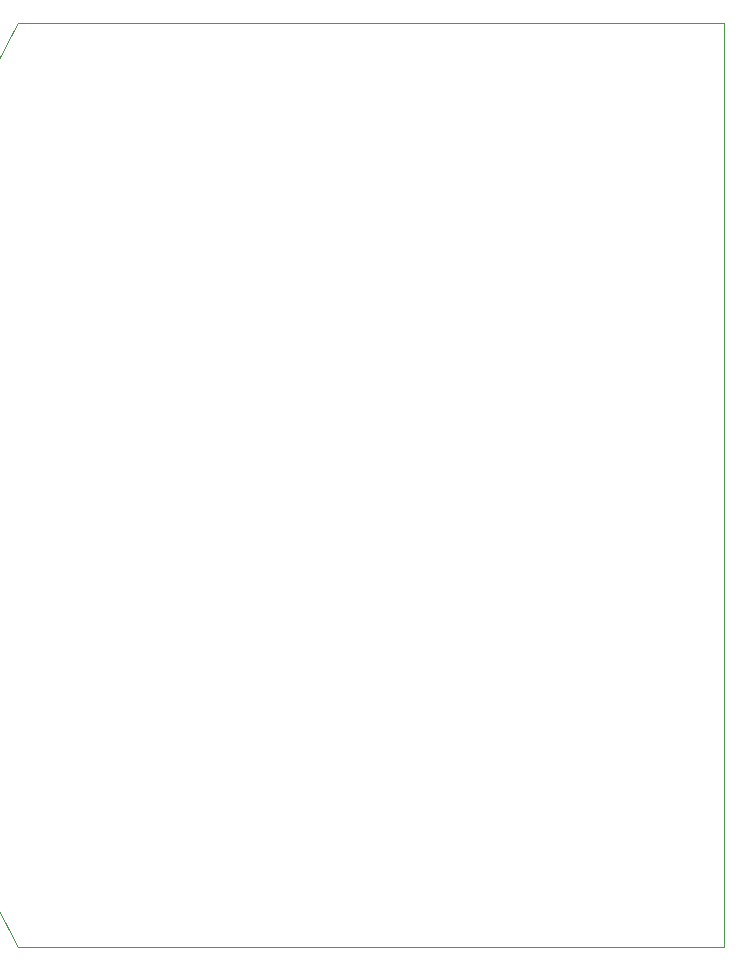
<source format=gbr>
%TF.GenerationSoftware,KiCad,Pcbnew,9.0.0*%
%TF.CreationDate,2025-03-28T16:39:02+02:00*%
%TF.ProjectId,EEE3088F Micromouse Design,45454533-3038-4384-9620-4d6963726f6d,rev?*%
%TF.SameCoordinates,Original*%
%TF.FileFunction,Profile,NP*%
%FSLAX46Y46*%
G04 Gerber Fmt 4.6, Leading zero omitted, Abs format (unit mm)*
G04 Created by KiCad (PCBNEW 9.0.0) date 2025-03-28 16:39:02*
%MOMM*%
%LPD*%
G01*
G04 APERTURE LIST*
%TA.AperFunction,Profile*%
%ADD10C,0.100000*%
%TD*%
G04 APERTURE END LIST*
D10*
X67763484Y-69836915D02*
X127540000Y-69836915D01*
X127540000Y-69836915D02*
X127540000Y-148065000D01*
X127540000Y-148065000D02*
X67750527Y-148088073D01*
X67750527Y-148088073D02*
G75*
G02*
X67763484Y-69836915I69755526J39114030D01*
G01*
M02*

</source>
